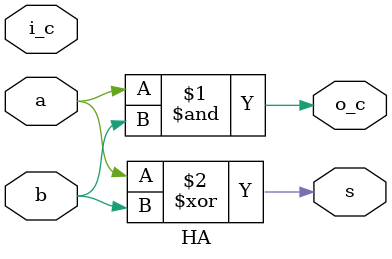
<source format=v>
module FA(
	input [3:0] a,
	input [3:0] b,
	output [4:0] out
	);
wire [3:0] c;
wire [3:0] s;

// a[0] + b[0] with no carry, and s[0]
HA HA0(a[0], b[0], 1'b0, c[0], s[0]);

// a[1] + b[1] with c[0](result of a[0] & b[0]), and s[1]
HA HA1(a[1], b[1], c[0], c[1], s[1]);

// a[2] + b[2] with c[1](result of a[1] & b[1]), and s[2]
HA HA2(a[2], b[2], c[1], c[2], s[2]);

// a[3] + b[3] with c[2](result of a[2] & b[2]), and s[3]
HA HA3(a[3], b[3], c[2], c[3], s[3]);

assign out = {c[3], s};
endmodule

module HA(
	input a,
	input b,
	input i_c,
	output o_c,
	output s
	);


assign o_c = a & b; 	// a == 1 + b == 1 --> 2'b10(only)
assign s = a ^ b; 		// a(0) + b(0) == 0 | a(1) + b(0) == 1 | a(0) + b(1) == 1 | a(1) + b(1) == 0 

endmodule



</source>
